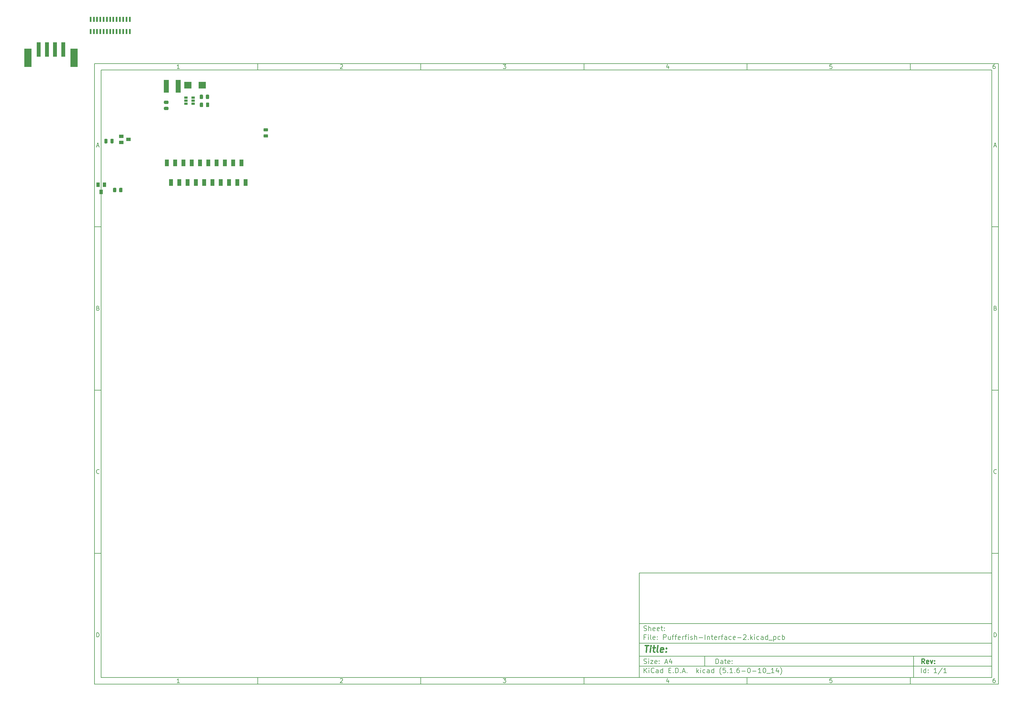
<source format=gbr>
G04 #@! TF.GenerationSoftware,KiCad,Pcbnew,(5.1.6-0-10_14)*
G04 #@! TF.CreationDate,2020-10-01T10:53:29-04:00*
G04 #@! TF.ProjectId,Pufferfish-Interface-2,50756666-6572-4666-9973-682d496e7465,rev?*
G04 #@! TF.SameCoordinates,Original*
G04 #@! TF.FileFunction,Paste,Bot*
G04 #@! TF.FilePolarity,Positive*
%FSLAX46Y46*%
G04 Gerber Fmt 4.6, Leading zero omitted, Abs format (unit mm)*
G04 Created by KiCad (PCBNEW (5.1.6-0-10_14)) date 2020-10-01 10:53:29*
%MOMM*%
%LPD*%
G01*
G04 APERTURE LIST*
%ADD10C,0.100000*%
%ADD11C,0.150000*%
%ADD12C,0.300000*%
%ADD13C,0.400000*%
%ADD14R,2.250000X2.120000*%
%ADD15R,1.060000X0.650000*%
%ADD16R,1.498600X3.987800*%
%ADD17R,2.209800X5.588000*%
%ADD18R,1.193800X4.394200*%
%ADD19R,0.600000X1.650000*%
%ADD20R,1.193800X2.006600*%
%ADD21R,1.400000X1.000000*%
%ADD22R,1.000000X1.400000*%
G04 APERTURE END LIST*
D10*
D11*
X177002200Y-166007200D02*
X177002200Y-198007200D01*
X285002200Y-198007200D01*
X285002200Y-166007200D01*
X177002200Y-166007200D01*
D10*
D11*
X10000000Y-10000000D02*
X10000000Y-200007200D01*
X287002200Y-200007200D01*
X287002200Y-10000000D01*
X10000000Y-10000000D01*
D10*
D11*
X12000000Y-12000000D02*
X12000000Y-198007200D01*
X285002200Y-198007200D01*
X285002200Y-12000000D01*
X12000000Y-12000000D01*
D10*
D11*
X60000000Y-12000000D02*
X60000000Y-10000000D01*
D10*
D11*
X110000000Y-12000000D02*
X110000000Y-10000000D01*
D10*
D11*
X160000000Y-12000000D02*
X160000000Y-10000000D01*
D10*
D11*
X210000000Y-12000000D02*
X210000000Y-10000000D01*
D10*
D11*
X260000000Y-12000000D02*
X260000000Y-10000000D01*
D10*
D11*
X36065476Y-11588095D02*
X35322619Y-11588095D01*
X35694047Y-11588095D02*
X35694047Y-10288095D01*
X35570238Y-10473809D01*
X35446428Y-10597619D01*
X35322619Y-10659523D01*
D10*
D11*
X85322619Y-10411904D02*
X85384523Y-10350000D01*
X85508333Y-10288095D01*
X85817857Y-10288095D01*
X85941666Y-10350000D01*
X86003571Y-10411904D01*
X86065476Y-10535714D01*
X86065476Y-10659523D01*
X86003571Y-10845238D01*
X85260714Y-11588095D01*
X86065476Y-11588095D01*
D10*
D11*
X135260714Y-10288095D02*
X136065476Y-10288095D01*
X135632142Y-10783333D01*
X135817857Y-10783333D01*
X135941666Y-10845238D01*
X136003571Y-10907142D01*
X136065476Y-11030952D01*
X136065476Y-11340476D01*
X136003571Y-11464285D01*
X135941666Y-11526190D01*
X135817857Y-11588095D01*
X135446428Y-11588095D01*
X135322619Y-11526190D01*
X135260714Y-11464285D01*
D10*
D11*
X185941666Y-10721428D02*
X185941666Y-11588095D01*
X185632142Y-10226190D02*
X185322619Y-11154761D01*
X186127380Y-11154761D01*
D10*
D11*
X236003571Y-10288095D02*
X235384523Y-10288095D01*
X235322619Y-10907142D01*
X235384523Y-10845238D01*
X235508333Y-10783333D01*
X235817857Y-10783333D01*
X235941666Y-10845238D01*
X236003571Y-10907142D01*
X236065476Y-11030952D01*
X236065476Y-11340476D01*
X236003571Y-11464285D01*
X235941666Y-11526190D01*
X235817857Y-11588095D01*
X235508333Y-11588095D01*
X235384523Y-11526190D01*
X235322619Y-11464285D01*
D10*
D11*
X285941666Y-10288095D02*
X285694047Y-10288095D01*
X285570238Y-10350000D01*
X285508333Y-10411904D01*
X285384523Y-10597619D01*
X285322619Y-10845238D01*
X285322619Y-11340476D01*
X285384523Y-11464285D01*
X285446428Y-11526190D01*
X285570238Y-11588095D01*
X285817857Y-11588095D01*
X285941666Y-11526190D01*
X286003571Y-11464285D01*
X286065476Y-11340476D01*
X286065476Y-11030952D01*
X286003571Y-10907142D01*
X285941666Y-10845238D01*
X285817857Y-10783333D01*
X285570238Y-10783333D01*
X285446428Y-10845238D01*
X285384523Y-10907142D01*
X285322619Y-11030952D01*
D10*
D11*
X60000000Y-198007200D02*
X60000000Y-200007200D01*
D10*
D11*
X110000000Y-198007200D02*
X110000000Y-200007200D01*
D10*
D11*
X160000000Y-198007200D02*
X160000000Y-200007200D01*
D10*
D11*
X210000000Y-198007200D02*
X210000000Y-200007200D01*
D10*
D11*
X260000000Y-198007200D02*
X260000000Y-200007200D01*
D10*
D11*
X36065476Y-199595295D02*
X35322619Y-199595295D01*
X35694047Y-199595295D02*
X35694047Y-198295295D01*
X35570238Y-198481009D01*
X35446428Y-198604819D01*
X35322619Y-198666723D01*
D10*
D11*
X85322619Y-198419104D02*
X85384523Y-198357200D01*
X85508333Y-198295295D01*
X85817857Y-198295295D01*
X85941666Y-198357200D01*
X86003571Y-198419104D01*
X86065476Y-198542914D01*
X86065476Y-198666723D01*
X86003571Y-198852438D01*
X85260714Y-199595295D01*
X86065476Y-199595295D01*
D10*
D11*
X135260714Y-198295295D02*
X136065476Y-198295295D01*
X135632142Y-198790533D01*
X135817857Y-198790533D01*
X135941666Y-198852438D01*
X136003571Y-198914342D01*
X136065476Y-199038152D01*
X136065476Y-199347676D01*
X136003571Y-199471485D01*
X135941666Y-199533390D01*
X135817857Y-199595295D01*
X135446428Y-199595295D01*
X135322619Y-199533390D01*
X135260714Y-199471485D01*
D10*
D11*
X185941666Y-198728628D02*
X185941666Y-199595295D01*
X185632142Y-198233390D02*
X185322619Y-199161961D01*
X186127380Y-199161961D01*
D10*
D11*
X236003571Y-198295295D02*
X235384523Y-198295295D01*
X235322619Y-198914342D01*
X235384523Y-198852438D01*
X235508333Y-198790533D01*
X235817857Y-198790533D01*
X235941666Y-198852438D01*
X236003571Y-198914342D01*
X236065476Y-199038152D01*
X236065476Y-199347676D01*
X236003571Y-199471485D01*
X235941666Y-199533390D01*
X235817857Y-199595295D01*
X235508333Y-199595295D01*
X235384523Y-199533390D01*
X235322619Y-199471485D01*
D10*
D11*
X285941666Y-198295295D02*
X285694047Y-198295295D01*
X285570238Y-198357200D01*
X285508333Y-198419104D01*
X285384523Y-198604819D01*
X285322619Y-198852438D01*
X285322619Y-199347676D01*
X285384523Y-199471485D01*
X285446428Y-199533390D01*
X285570238Y-199595295D01*
X285817857Y-199595295D01*
X285941666Y-199533390D01*
X286003571Y-199471485D01*
X286065476Y-199347676D01*
X286065476Y-199038152D01*
X286003571Y-198914342D01*
X285941666Y-198852438D01*
X285817857Y-198790533D01*
X285570238Y-198790533D01*
X285446428Y-198852438D01*
X285384523Y-198914342D01*
X285322619Y-199038152D01*
D10*
D11*
X10000000Y-60000000D02*
X12000000Y-60000000D01*
D10*
D11*
X10000000Y-110000000D02*
X12000000Y-110000000D01*
D10*
D11*
X10000000Y-160000000D02*
X12000000Y-160000000D01*
D10*
D11*
X10690476Y-35216666D02*
X11309523Y-35216666D01*
X10566666Y-35588095D02*
X11000000Y-34288095D01*
X11433333Y-35588095D01*
D10*
D11*
X11092857Y-84907142D02*
X11278571Y-84969047D01*
X11340476Y-85030952D01*
X11402380Y-85154761D01*
X11402380Y-85340476D01*
X11340476Y-85464285D01*
X11278571Y-85526190D01*
X11154761Y-85588095D01*
X10659523Y-85588095D01*
X10659523Y-84288095D01*
X11092857Y-84288095D01*
X11216666Y-84350000D01*
X11278571Y-84411904D01*
X11340476Y-84535714D01*
X11340476Y-84659523D01*
X11278571Y-84783333D01*
X11216666Y-84845238D01*
X11092857Y-84907142D01*
X10659523Y-84907142D01*
D10*
D11*
X11402380Y-135464285D02*
X11340476Y-135526190D01*
X11154761Y-135588095D01*
X11030952Y-135588095D01*
X10845238Y-135526190D01*
X10721428Y-135402380D01*
X10659523Y-135278571D01*
X10597619Y-135030952D01*
X10597619Y-134845238D01*
X10659523Y-134597619D01*
X10721428Y-134473809D01*
X10845238Y-134350000D01*
X11030952Y-134288095D01*
X11154761Y-134288095D01*
X11340476Y-134350000D01*
X11402380Y-134411904D01*
D10*
D11*
X10659523Y-185588095D02*
X10659523Y-184288095D01*
X10969047Y-184288095D01*
X11154761Y-184350000D01*
X11278571Y-184473809D01*
X11340476Y-184597619D01*
X11402380Y-184845238D01*
X11402380Y-185030952D01*
X11340476Y-185278571D01*
X11278571Y-185402380D01*
X11154761Y-185526190D01*
X10969047Y-185588095D01*
X10659523Y-185588095D01*
D10*
D11*
X287002200Y-60000000D02*
X285002200Y-60000000D01*
D10*
D11*
X287002200Y-110000000D02*
X285002200Y-110000000D01*
D10*
D11*
X287002200Y-160000000D02*
X285002200Y-160000000D01*
D10*
D11*
X285692676Y-35216666D02*
X286311723Y-35216666D01*
X285568866Y-35588095D02*
X286002200Y-34288095D01*
X286435533Y-35588095D01*
D10*
D11*
X286095057Y-84907142D02*
X286280771Y-84969047D01*
X286342676Y-85030952D01*
X286404580Y-85154761D01*
X286404580Y-85340476D01*
X286342676Y-85464285D01*
X286280771Y-85526190D01*
X286156961Y-85588095D01*
X285661723Y-85588095D01*
X285661723Y-84288095D01*
X286095057Y-84288095D01*
X286218866Y-84350000D01*
X286280771Y-84411904D01*
X286342676Y-84535714D01*
X286342676Y-84659523D01*
X286280771Y-84783333D01*
X286218866Y-84845238D01*
X286095057Y-84907142D01*
X285661723Y-84907142D01*
D10*
D11*
X286404580Y-135464285D02*
X286342676Y-135526190D01*
X286156961Y-135588095D01*
X286033152Y-135588095D01*
X285847438Y-135526190D01*
X285723628Y-135402380D01*
X285661723Y-135278571D01*
X285599819Y-135030952D01*
X285599819Y-134845238D01*
X285661723Y-134597619D01*
X285723628Y-134473809D01*
X285847438Y-134350000D01*
X286033152Y-134288095D01*
X286156961Y-134288095D01*
X286342676Y-134350000D01*
X286404580Y-134411904D01*
D10*
D11*
X285661723Y-185588095D02*
X285661723Y-184288095D01*
X285971247Y-184288095D01*
X286156961Y-184350000D01*
X286280771Y-184473809D01*
X286342676Y-184597619D01*
X286404580Y-184845238D01*
X286404580Y-185030952D01*
X286342676Y-185278571D01*
X286280771Y-185402380D01*
X286156961Y-185526190D01*
X285971247Y-185588095D01*
X285661723Y-185588095D01*
D10*
D11*
X200434342Y-193785771D02*
X200434342Y-192285771D01*
X200791485Y-192285771D01*
X201005771Y-192357200D01*
X201148628Y-192500057D01*
X201220057Y-192642914D01*
X201291485Y-192928628D01*
X201291485Y-193142914D01*
X201220057Y-193428628D01*
X201148628Y-193571485D01*
X201005771Y-193714342D01*
X200791485Y-193785771D01*
X200434342Y-193785771D01*
X202577200Y-193785771D02*
X202577200Y-193000057D01*
X202505771Y-192857200D01*
X202362914Y-192785771D01*
X202077200Y-192785771D01*
X201934342Y-192857200D01*
X202577200Y-193714342D02*
X202434342Y-193785771D01*
X202077200Y-193785771D01*
X201934342Y-193714342D01*
X201862914Y-193571485D01*
X201862914Y-193428628D01*
X201934342Y-193285771D01*
X202077200Y-193214342D01*
X202434342Y-193214342D01*
X202577200Y-193142914D01*
X203077200Y-192785771D02*
X203648628Y-192785771D01*
X203291485Y-192285771D02*
X203291485Y-193571485D01*
X203362914Y-193714342D01*
X203505771Y-193785771D01*
X203648628Y-193785771D01*
X204720057Y-193714342D02*
X204577200Y-193785771D01*
X204291485Y-193785771D01*
X204148628Y-193714342D01*
X204077200Y-193571485D01*
X204077200Y-193000057D01*
X204148628Y-192857200D01*
X204291485Y-192785771D01*
X204577200Y-192785771D01*
X204720057Y-192857200D01*
X204791485Y-193000057D01*
X204791485Y-193142914D01*
X204077200Y-193285771D01*
X205434342Y-193642914D02*
X205505771Y-193714342D01*
X205434342Y-193785771D01*
X205362914Y-193714342D01*
X205434342Y-193642914D01*
X205434342Y-193785771D01*
X205434342Y-192857200D02*
X205505771Y-192928628D01*
X205434342Y-193000057D01*
X205362914Y-192928628D01*
X205434342Y-192857200D01*
X205434342Y-193000057D01*
D10*
D11*
X177002200Y-194507200D02*
X285002200Y-194507200D01*
D10*
D11*
X178434342Y-196585771D02*
X178434342Y-195085771D01*
X179291485Y-196585771D02*
X178648628Y-195728628D01*
X179291485Y-195085771D02*
X178434342Y-195942914D01*
X179934342Y-196585771D02*
X179934342Y-195585771D01*
X179934342Y-195085771D02*
X179862914Y-195157200D01*
X179934342Y-195228628D01*
X180005771Y-195157200D01*
X179934342Y-195085771D01*
X179934342Y-195228628D01*
X181505771Y-196442914D02*
X181434342Y-196514342D01*
X181220057Y-196585771D01*
X181077200Y-196585771D01*
X180862914Y-196514342D01*
X180720057Y-196371485D01*
X180648628Y-196228628D01*
X180577200Y-195942914D01*
X180577200Y-195728628D01*
X180648628Y-195442914D01*
X180720057Y-195300057D01*
X180862914Y-195157200D01*
X181077200Y-195085771D01*
X181220057Y-195085771D01*
X181434342Y-195157200D01*
X181505771Y-195228628D01*
X182791485Y-196585771D02*
X182791485Y-195800057D01*
X182720057Y-195657200D01*
X182577200Y-195585771D01*
X182291485Y-195585771D01*
X182148628Y-195657200D01*
X182791485Y-196514342D02*
X182648628Y-196585771D01*
X182291485Y-196585771D01*
X182148628Y-196514342D01*
X182077200Y-196371485D01*
X182077200Y-196228628D01*
X182148628Y-196085771D01*
X182291485Y-196014342D01*
X182648628Y-196014342D01*
X182791485Y-195942914D01*
X184148628Y-196585771D02*
X184148628Y-195085771D01*
X184148628Y-196514342D02*
X184005771Y-196585771D01*
X183720057Y-196585771D01*
X183577200Y-196514342D01*
X183505771Y-196442914D01*
X183434342Y-196300057D01*
X183434342Y-195871485D01*
X183505771Y-195728628D01*
X183577200Y-195657200D01*
X183720057Y-195585771D01*
X184005771Y-195585771D01*
X184148628Y-195657200D01*
X186005771Y-195800057D02*
X186505771Y-195800057D01*
X186720057Y-196585771D02*
X186005771Y-196585771D01*
X186005771Y-195085771D01*
X186720057Y-195085771D01*
X187362914Y-196442914D02*
X187434342Y-196514342D01*
X187362914Y-196585771D01*
X187291485Y-196514342D01*
X187362914Y-196442914D01*
X187362914Y-196585771D01*
X188077200Y-196585771D02*
X188077200Y-195085771D01*
X188434342Y-195085771D01*
X188648628Y-195157200D01*
X188791485Y-195300057D01*
X188862914Y-195442914D01*
X188934342Y-195728628D01*
X188934342Y-195942914D01*
X188862914Y-196228628D01*
X188791485Y-196371485D01*
X188648628Y-196514342D01*
X188434342Y-196585771D01*
X188077200Y-196585771D01*
X189577200Y-196442914D02*
X189648628Y-196514342D01*
X189577200Y-196585771D01*
X189505771Y-196514342D01*
X189577200Y-196442914D01*
X189577200Y-196585771D01*
X190220057Y-196157200D02*
X190934342Y-196157200D01*
X190077200Y-196585771D02*
X190577200Y-195085771D01*
X191077200Y-196585771D01*
X191577200Y-196442914D02*
X191648628Y-196514342D01*
X191577200Y-196585771D01*
X191505771Y-196514342D01*
X191577200Y-196442914D01*
X191577200Y-196585771D01*
X194577200Y-196585771D02*
X194577200Y-195085771D01*
X194720057Y-196014342D02*
X195148628Y-196585771D01*
X195148628Y-195585771D02*
X194577200Y-196157200D01*
X195791485Y-196585771D02*
X195791485Y-195585771D01*
X195791485Y-195085771D02*
X195720057Y-195157200D01*
X195791485Y-195228628D01*
X195862914Y-195157200D01*
X195791485Y-195085771D01*
X195791485Y-195228628D01*
X197148628Y-196514342D02*
X197005771Y-196585771D01*
X196720057Y-196585771D01*
X196577200Y-196514342D01*
X196505771Y-196442914D01*
X196434342Y-196300057D01*
X196434342Y-195871485D01*
X196505771Y-195728628D01*
X196577200Y-195657200D01*
X196720057Y-195585771D01*
X197005771Y-195585771D01*
X197148628Y-195657200D01*
X198434342Y-196585771D02*
X198434342Y-195800057D01*
X198362914Y-195657200D01*
X198220057Y-195585771D01*
X197934342Y-195585771D01*
X197791485Y-195657200D01*
X198434342Y-196514342D02*
X198291485Y-196585771D01*
X197934342Y-196585771D01*
X197791485Y-196514342D01*
X197720057Y-196371485D01*
X197720057Y-196228628D01*
X197791485Y-196085771D01*
X197934342Y-196014342D01*
X198291485Y-196014342D01*
X198434342Y-195942914D01*
X199791485Y-196585771D02*
X199791485Y-195085771D01*
X199791485Y-196514342D02*
X199648628Y-196585771D01*
X199362914Y-196585771D01*
X199220057Y-196514342D01*
X199148628Y-196442914D01*
X199077200Y-196300057D01*
X199077200Y-195871485D01*
X199148628Y-195728628D01*
X199220057Y-195657200D01*
X199362914Y-195585771D01*
X199648628Y-195585771D01*
X199791485Y-195657200D01*
X202077200Y-197157200D02*
X202005771Y-197085771D01*
X201862914Y-196871485D01*
X201791485Y-196728628D01*
X201720057Y-196514342D01*
X201648628Y-196157200D01*
X201648628Y-195871485D01*
X201720057Y-195514342D01*
X201791485Y-195300057D01*
X201862914Y-195157200D01*
X202005771Y-194942914D01*
X202077200Y-194871485D01*
X203362914Y-195085771D02*
X202648628Y-195085771D01*
X202577200Y-195800057D01*
X202648628Y-195728628D01*
X202791485Y-195657200D01*
X203148628Y-195657200D01*
X203291485Y-195728628D01*
X203362914Y-195800057D01*
X203434342Y-195942914D01*
X203434342Y-196300057D01*
X203362914Y-196442914D01*
X203291485Y-196514342D01*
X203148628Y-196585771D01*
X202791485Y-196585771D01*
X202648628Y-196514342D01*
X202577200Y-196442914D01*
X204077200Y-196442914D02*
X204148628Y-196514342D01*
X204077200Y-196585771D01*
X204005771Y-196514342D01*
X204077200Y-196442914D01*
X204077200Y-196585771D01*
X205577200Y-196585771D02*
X204720057Y-196585771D01*
X205148628Y-196585771D02*
X205148628Y-195085771D01*
X205005771Y-195300057D01*
X204862914Y-195442914D01*
X204720057Y-195514342D01*
X206220057Y-196442914D02*
X206291485Y-196514342D01*
X206220057Y-196585771D01*
X206148628Y-196514342D01*
X206220057Y-196442914D01*
X206220057Y-196585771D01*
X207577200Y-195085771D02*
X207291485Y-195085771D01*
X207148628Y-195157200D01*
X207077200Y-195228628D01*
X206934342Y-195442914D01*
X206862914Y-195728628D01*
X206862914Y-196300057D01*
X206934342Y-196442914D01*
X207005771Y-196514342D01*
X207148628Y-196585771D01*
X207434342Y-196585771D01*
X207577200Y-196514342D01*
X207648628Y-196442914D01*
X207720057Y-196300057D01*
X207720057Y-195942914D01*
X207648628Y-195800057D01*
X207577200Y-195728628D01*
X207434342Y-195657200D01*
X207148628Y-195657200D01*
X207005771Y-195728628D01*
X206934342Y-195800057D01*
X206862914Y-195942914D01*
X208362914Y-196014342D02*
X209505771Y-196014342D01*
X210505771Y-195085771D02*
X210648628Y-195085771D01*
X210791485Y-195157200D01*
X210862914Y-195228628D01*
X210934342Y-195371485D01*
X211005771Y-195657200D01*
X211005771Y-196014342D01*
X210934342Y-196300057D01*
X210862914Y-196442914D01*
X210791485Y-196514342D01*
X210648628Y-196585771D01*
X210505771Y-196585771D01*
X210362914Y-196514342D01*
X210291485Y-196442914D01*
X210220057Y-196300057D01*
X210148628Y-196014342D01*
X210148628Y-195657200D01*
X210220057Y-195371485D01*
X210291485Y-195228628D01*
X210362914Y-195157200D01*
X210505771Y-195085771D01*
X211648628Y-196014342D02*
X212791485Y-196014342D01*
X214291485Y-196585771D02*
X213434342Y-196585771D01*
X213862914Y-196585771D02*
X213862914Y-195085771D01*
X213720057Y-195300057D01*
X213577200Y-195442914D01*
X213434342Y-195514342D01*
X215220057Y-195085771D02*
X215362914Y-195085771D01*
X215505771Y-195157200D01*
X215577200Y-195228628D01*
X215648628Y-195371485D01*
X215720057Y-195657200D01*
X215720057Y-196014342D01*
X215648628Y-196300057D01*
X215577200Y-196442914D01*
X215505771Y-196514342D01*
X215362914Y-196585771D01*
X215220057Y-196585771D01*
X215077200Y-196514342D01*
X215005771Y-196442914D01*
X214934342Y-196300057D01*
X214862914Y-196014342D01*
X214862914Y-195657200D01*
X214934342Y-195371485D01*
X215005771Y-195228628D01*
X215077200Y-195157200D01*
X215220057Y-195085771D01*
X216005771Y-196728628D02*
X217148628Y-196728628D01*
X218291485Y-196585771D02*
X217434342Y-196585771D01*
X217862914Y-196585771D02*
X217862914Y-195085771D01*
X217720057Y-195300057D01*
X217577200Y-195442914D01*
X217434342Y-195514342D01*
X219577200Y-195585771D02*
X219577200Y-196585771D01*
X219220057Y-195014342D02*
X218862914Y-196085771D01*
X219791485Y-196085771D01*
X220220057Y-197157200D02*
X220291485Y-197085771D01*
X220434342Y-196871485D01*
X220505771Y-196728628D01*
X220577200Y-196514342D01*
X220648628Y-196157200D01*
X220648628Y-195871485D01*
X220577200Y-195514342D01*
X220505771Y-195300057D01*
X220434342Y-195157200D01*
X220291485Y-194942914D01*
X220220057Y-194871485D01*
D10*
D11*
X177002200Y-191507200D02*
X285002200Y-191507200D01*
D10*
D12*
X264411485Y-193785771D02*
X263911485Y-193071485D01*
X263554342Y-193785771D02*
X263554342Y-192285771D01*
X264125771Y-192285771D01*
X264268628Y-192357200D01*
X264340057Y-192428628D01*
X264411485Y-192571485D01*
X264411485Y-192785771D01*
X264340057Y-192928628D01*
X264268628Y-193000057D01*
X264125771Y-193071485D01*
X263554342Y-193071485D01*
X265625771Y-193714342D02*
X265482914Y-193785771D01*
X265197200Y-193785771D01*
X265054342Y-193714342D01*
X264982914Y-193571485D01*
X264982914Y-193000057D01*
X265054342Y-192857200D01*
X265197200Y-192785771D01*
X265482914Y-192785771D01*
X265625771Y-192857200D01*
X265697200Y-193000057D01*
X265697200Y-193142914D01*
X264982914Y-193285771D01*
X266197200Y-192785771D02*
X266554342Y-193785771D01*
X266911485Y-192785771D01*
X267482914Y-193642914D02*
X267554342Y-193714342D01*
X267482914Y-193785771D01*
X267411485Y-193714342D01*
X267482914Y-193642914D01*
X267482914Y-193785771D01*
X267482914Y-192857200D02*
X267554342Y-192928628D01*
X267482914Y-193000057D01*
X267411485Y-192928628D01*
X267482914Y-192857200D01*
X267482914Y-193000057D01*
D10*
D11*
X178362914Y-193714342D02*
X178577200Y-193785771D01*
X178934342Y-193785771D01*
X179077200Y-193714342D01*
X179148628Y-193642914D01*
X179220057Y-193500057D01*
X179220057Y-193357200D01*
X179148628Y-193214342D01*
X179077200Y-193142914D01*
X178934342Y-193071485D01*
X178648628Y-193000057D01*
X178505771Y-192928628D01*
X178434342Y-192857200D01*
X178362914Y-192714342D01*
X178362914Y-192571485D01*
X178434342Y-192428628D01*
X178505771Y-192357200D01*
X178648628Y-192285771D01*
X179005771Y-192285771D01*
X179220057Y-192357200D01*
X179862914Y-193785771D02*
X179862914Y-192785771D01*
X179862914Y-192285771D02*
X179791485Y-192357200D01*
X179862914Y-192428628D01*
X179934342Y-192357200D01*
X179862914Y-192285771D01*
X179862914Y-192428628D01*
X180434342Y-192785771D02*
X181220057Y-192785771D01*
X180434342Y-193785771D01*
X181220057Y-193785771D01*
X182362914Y-193714342D02*
X182220057Y-193785771D01*
X181934342Y-193785771D01*
X181791485Y-193714342D01*
X181720057Y-193571485D01*
X181720057Y-193000057D01*
X181791485Y-192857200D01*
X181934342Y-192785771D01*
X182220057Y-192785771D01*
X182362914Y-192857200D01*
X182434342Y-193000057D01*
X182434342Y-193142914D01*
X181720057Y-193285771D01*
X183077200Y-193642914D02*
X183148628Y-193714342D01*
X183077200Y-193785771D01*
X183005771Y-193714342D01*
X183077200Y-193642914D01*
X183077200Y-193785771D01*
X183077200Y-192857200D02*
X183148628Y-192928628D01*
X183077200Y-193000057D01*
X183005771Y-192928628D01*
X183077200Y-192857200D01*
X183077200Y-193000057D01*
X184862914Y-193357200D02*
X185577200Y-193357200D01*
X184720057Y-193785771D02*
X185220057Y-192285771D01*
X185720057Y-193785771D01*
X186862914Y-192785771D02*
X186862914Y-193785771D01*
X186505771Y-192214342D02*
X186148628Y-193285771D01*
X187077200Y-193285771D01*
D10*
D11*
X263434342Y-196585771D02*
X263434342Y-195085771D01*
X264791485Y-196585771D02*
X264791485Y-195085771D01*
X264791485Y-196514342D02*
X264648628Y-196585771D01*
X264362914Y-196585771D01*
X264220057Y-196514342D01*
X264148628Y-196442914D01*
X264077200Y-196300057D01*
X264077200Y-195871485D01*
X264148628Y-195728628D01*
X264220057Y-195657200D01*
X264362914Y-195585771D01*
X264648628Y-195585771D01*
X264791485Y-195657200D01*
X265505771Y-196442914D02*
X265577200Y-196514342D01*
X265505771Y-196585771D01*
X265434342Y-196514342D01*
X265505771Y-196442914D01*
X265505771Y-196585771D01*
X265505771Y-195657200D02*
X265577200Y-195728628D01*
X265505771Y-195800057D01*
X265434342Y-195728628D01*
X265505771Y-195657200D01*
X265505771Y-195800057D01*
X268148628Y-196585771D02*
X267291485Y-196585771D01*
X267720057Y-196585771D02*
X267720057Y-195085771D01*
X267577200Y-195300057D01*
X267434342Y-195442914D01*
X267291485Y-195514342D01*
X269862914Y-195014342D02*
X268577200Y-196942914D01*
X271148628Y-196585771D02*
X270291485Y-196585771D01*
X270720057Y-196585771D02*
X270720057Y-195085771D01*
X270577200Y-195300057D01*
X270434342Y-195442914D01*
X270291485Y-195514342D01*
D10*
D11*
X177002200Y-187507200D02*
X285002200Y-187507200D01*
D10*
D13*
X178714580Y-188211961D02*
X179857438Y-188211961D01*
X179036009Y-190211961D02*
X179286009Y-188211961D01*
X180274104Y-190211961D02*
X180440771Y-188878628D01*
X180524104Y-188211961D02*
X180416961Y-188307200D01*
X180500295Y-188402438D01*
X180607438Y-188307200D01*
X180524104Y-188211961D01*
X180500295Y-188402438D01*
X181107438Y-188878628D02*
X181869342Y-188878628D01*
X181476485Y-188211961D02*
X181262200Y-189926247D01*
X181333628Y-190116723D01*
X181512200Y-190211961D01*
X181702676Y-190211961D01*
X182655057Y-190211961D02*
X182476485Y-190116723D01*
X182405057Y-189926247D01*
X182619342Y-188211961D01*
X184190771Y-190116723D02*
X183988390Y-190211961D01*
X183607438Y-190211961D01*
X183428866Y-190116723D01*
X183357438Y-189926247D01*
X183452676Y-189164342D01*
X183571723Y-188973866D01*
X183774104Y-188878628D01*
X184155057Y-188878628D01*
X184333628Y-188973866D01*
X184405057Y-189164342D01*
X184381247Y-189354819D01*
X183405057Y-189545295D01*
X185155057Y-190021485D02*
X185238390Y-190116723D01*
X185131247Y-190211961D01*
X185047914Y-190116723D01*
X185155057Y-190021485D01*
X185131247Y-190211961D01*
X185286009Y-188973866D02*
X185369342Y-189069104D01*
X185262200Y-189164342D01*
X185178866Y-189069104D01*
X185286009Y-188973866D01*
X185262200Y-189164342D01*
D10*
D11*
X178934342Y-185600057D02*
X178434342Y-185600057D01*
X178434342Y-186385771D02*
X178434342Y-184885771D01*
X179148628Y-184885771D01*
X179720057Y-186385771D02*
X179720057Y-185385771D01*
X179720057Y-184885771D02*
X179648628Y-184957200D01*
X179720057Y-185028628D01*
X179791485Y-184957200D01*
X179720057Y-184885771D01*
X179720057Y-185028628D01*
X180648628Y-186385771D02*
X180505771Y-186314342D01*
X180434342Y-186171485D01*
X180434342Y-184885771D01*
X181791485Y-186314342D02*
X181648628Y-186385771D01*
X181362914Y-186385771D01*
X181220057Y-186314342D01*
X181148628Y-186171485D01*
X181148628Y-185600057D01*
X181220057Y-185457200D01*
X181362914Y-185385771D01*
X181648628Y-185385771D01*
X181791485Y-185457200D01*
X181862914Y-185600057D01*
X181862914Y-185742914D01*
X181148628Y-185885771D01*
X182505771Y-186242914D02*
X182577200Y-186314342D01*
X182505771Y-186385771D01*
X182434342Y-186314342D01*
X182505771Y-186242914D01*
X182505771Y-186385771D01*
X182505771Y-185457200D02*
X182577200Y-185528628D01*
X182505771Y-185600057D01*
X182434342Y-185528628D01*
X182505771Y-185457200D01*
X182505771Y-185600057D01*
X184362914Y-186385771D02*
X184362914Y-184885771D01*
X184934342Y-184885771D01*
X185077200Y-184957200D01*
X185148628Y-185028628D01*
X185220057Y-185171485D01*
X185220057Y-185385771D01*
X185148628Y-185528628D01*
X185077200Y-185600057D01*
X184934342Y-185671485D01*
X184362914Y-185671485D01*
X186505771Y-185385771D02*
X186505771Y-186385771D01*
X185862914Y-185385771D02*
X185862914Y-186171485D01*
X185934342Y-186314342D01*
X186077200Y-186385771D01*
X186291485Y-186385771D01*
X186434342Y-186314342D01*
X186505771Y-186242914D01*
X187005771Y-185385771D02*
X187577200Y-185385771D01*
X187220057Y-186385771D02*
X187220057Y-185100057D01*
X187291485Y-184957200D01*
X187434342Y-184885771D01*
X187577200Y-184885771D01*
X187862914Y-185385771D02*
X188434342Y-185385771D01*
X188077200Y-186385771D02*
X188077200Y-185100057D01*
X188148628Y-184957200D01*
X188291485Y-184885771D01*
X188434342Y-184885771D01*
X189505771Y-186314342D02*
X189362914Y-186385771D01*
X189077200Y-186385771D01*
X188934342Y-186314342D01*
X188862914Y-186171485D01*
X188862914Y-185600057D01*
X188934342Y-185457200D01*
X189077200Y-185385771D01*
X189362914Y-185385771D01*
X189505771Y-185457200D01*
X189577200Y-185600057D01*
X189577200Y-185742914D01*
X188862914Y-185885771D01*
X190220057Y-186385771D02*
X190220057Y-185385771D01*
X190220057Y-185671485D02*
X190291485Y-185528628D01*
X190362914Y-185457200D01*
X190505771Y-185385771D01*
X190648628Y-185385771D01*
X190934342Y-185385771D02*
X191505771Y-185385771D01*
X191148628Y-186385771D02*
X191148628Y-185100057D01*
X191220057Y-184957200D01*
X191362914Y-184885771D01*
X191505771Y-184885771D01*
X192005771Y-186385771D02*
X192005771Y-185385771D01*
X192005771Y-184885771D02*
X191934342Y-184957200D01*
X192005771Y-185028628D01*
X192077200Y-184957200D01*
X192005771Y-184885771D01*
X192005771Y-185028628D01*
X192648628Y-186314342D02*
X192791485Y-186385771D01*
X193077200Y-186385771D01*
X193220057Y-186314342D01*
X193291485Y-186171485D01*
X193291485Y-186100057D01*
X193220057Y-185957200D01*
X193077200Y-185885771D01*
X192862914Y-185885771D01*
X192720057Y-185814342D01*
X192648628Y-185671485D01*
X192648628Y-185600057D01*
X192720057Y-185457200D01*
X192862914Y-185385771D01*
X193077200Y-185385771D01*
X193220057Y-185457200D01*
X193934342Y-186385771D02*
X193934342Y-184885771D01*
X194577200Y-186385771D02*
X194577200Y-185600057D01*
X194505771Y-185457200D01*
X194362914Y-185385771D01*
X194148628Y-185385771D01*
X194005771Y-185457200D01*
X193934342Y-185528628D01*
X195291485Y-185814342D02*
X196434342Y-185814342D01*
X197148628Y-186385771D02*
X197148628Y-184885771D01*
X197862914Y-185385771D02*
X197862914Y-186385771D01*
X197862914Y-185528628D02*
X197934342Y-185457200D01*
X198077200Y-185385771D01*
X198291485Y-185385771D01*
X198434342Y-185457200D01*
X198505771Y-185600057D01*
X198505771Y-186385771D01*
X199005771Y-185385771D02*
X199577200Y-185385771D01*
X199220057Y-184885771D02*
X199220057Y-186171485D01*
X199291485Y-186314342D01*
X199434342Y-186385771D01*
X199577200Y-186385771D01*
X200648628Y-186314342D02*
X200505771Y-186385771D01*
X200220057Y-186385771D01*
X200077200Y-186314342D01*
X200005771Y-186171485D01*
X200005771Y-185600057D01*
X200077200Y-185457200D01*
X200220057Y-185385771D01*
X200505771Y-185385771D01*
X200648628Y-185457200D01*
X200720057Y-185600057D01*
X200720057Y-185742914D01*
X200005771Y-185885771D01*
X201362914Y-186385771D02*
X201362914Y-185385771D01*
X201362914Y-185671485D02*
X201434342Y-185528628D01*
X201505771Y-185457200D01*
X201648628Y-185385771D01*
X201791485Y-185385771D01*
X202077200Y-185385771D02*
X202648628Y-185385771D01*
X202291485Y-186385771D02*
X202291485Y-185100057D01*
X202362914Y-184957200D01*
X202505771Y-184885771D01*
X202648628Y-184885771D01*
X203791485Y-186385771D02*
X203791485Y-185600057D01*
X203720057Y-185457200D01*
X203577200Y-185385771D01*
X203291485Y-185385771D01*
X203148628Y-185457200D01*
X203791485Y-186314342D02*
X203648628Y-186385771D01*
X203291485Y-186385771D01*
X203148628Y-186314342D01*
X203077200Y-186171485D01*
X203077200Y-186028628D01*
X203148628Y-185885771D01*
X203291485Y-185814342D01*
X203648628Y-185814342D01*
X203791485Y-185742914D01*
X205148628Y-186314342D02*
X205005771Y-186385771D01*
X204720057Y-186385771D01*
X204577200Y-186314342D01*
X204505771Y-186242914D01*
X204434342Y-186100057D01*
X204434342Y-185671485D01*
X204505771Y-185528628D01*
X204577200Y-185457200D01*
X204720057Y-185385771D01*
X205005771Y-185385771D01*
X205148628Y-185457200D01*
X206362914Y-186314342D02*
X206220057Y-186385771D01*
X205934342Y-186385771D01*
X205791485Y-186314342D01*
X205720057Y-186171485D01*
X205720057Y-185600057D01*
X205791485Y-185457200D01*
X205934342Y-185385771D01*
X206220057Y-185385771D01*
X206362914Y-185457200D01*
X206434342Y-185600057D01*
X206434342Y-185742914D01*
X205720057Y-185885771D01*
X207077200Y-185814342D02*
X208220057Y-185814342D01*
X208862914Y-185028628D02*
X208934342Y-184957200D01*
X209077200Y-184885771D01*
X209434342Y-184885771D01*
X209577200Y-184957200D01*
X209648628Y-185028628D01*
X209720057Y-185171485D01*
X209720057Y-185314342D01*
X209648628Y-185528628D01*
X208791485Y-186385771D01*
X209720057Y-186385771D01*
X210362914Y-186242914D02*
X210434342Y-186314342D01*
X210362914Y-186385771D01*
X210291485Y-186314342D01*
X210362914Y-186242914D01*
X210362914Y-186385771D01*
X211077200Y-186385771D02*
X211077200Y-184885771D01*
X211220057Y-185814342D02*
X211648628Y-186385771D01*
X211648628Y-185385771D02*
X211077200Y-185957200D01*
X212291485Y-186385771D02*
X212291485Y-185385771D01*
X212291485Y-184885771D02*
X212220057Y-184957200D01*
X212291485Y-185028628D01*
X212362914Y-184957200D01*
X212291485Y-184885771D01*
X212291485Y-185028628D01*
X213648628Y-186314342D02*
X213505771Y-186385771D01*
X213220057Y-186385771D01*
X213077200Y-186314342D01*
X213005771Y-186242914D01*
X212934342Y-186100057D01*
X212934342Y-185671485D01*
X213005771Y-185528628D01*
X213077200Y-185457200D01*
X213220057Y-185385771D01*
X213505771Y-185385771D01*
X213648628Y-185457200D01*
X214934342Y-186385771D02*
X214934342Y-185600057D01*
X214862914Y-185457200D01*
X214720057Y-185385771D01*
X214434342Y-185385771D01*
X214291485Y-185457200D01*
X214934342Y-186314342D02*
X214791485Y-186385771D01*
X214434342Y-186385771D01*
X214291485Y-186314342D01*
X214220057Y-186171485D01*
X214220057Y-186028628D01*
X214291485Y-185885771D01*
X214434342Y-185814342D01*
X214791485Y-185814342D01*
X214934342Y-185742914D01*
X216291485Y-186385771D02*
X216291485Y-184885771D01*
X216291485Y-186314342D02*
X216148628Y-186385771D01*
X215862914Y-186385771D01*
X215720057Y-186314342D01*
X215648628Y-186242914D01*
X215577200Y-186100057D01*
X215577200Y-185671485D01*
X215648628Y-185528628D01*
X215720057Y-185457200D01*
X215862914Y-185385771D01*
X216148628Y-185385771D01*
X216291485Y-185457200D01*
X216648628Y-186528628D02*
X217791485Y-186528628D01*
X218148628Y-185385771D02*
X218148628Y-186885771D01*
X218148628Y-185457200D02*
X218291485Y-185385771D01*
X218577200Y-185385771D01*
X218720057Y-185457200D01*
X218791485Y-185528628D01*
X218862914Y-185671485D01*
X218862914Y-186100057D01*
X218791485Y-186242914D01*
X218720057Y-186314342D01*
X218577200Y-186385771D01*
X218291485Y-186385771D01*
X218148628Y-186314342D01*
X220148628Y-186314342D02*
X220005771Y-186385771D01*
X219720057Y-186385771D01*
X219577200Y-186314342D01*
X219505771Y-186242914D01*
X219434342Y-186100057D01*
X219434342Y-185671485D01*
X219505771Y-185528628D01*
X219577200Y-185457200D01*
X219720057Y-185385771D01*
X220005771Y-185385771D01*
X220148628Y-185457200D01*
X220791485Y-186385771D02*
X220791485Y-184885771D01*
X220791485Y-185457200D02*
X220934342Y-185385771D01*
X221220057Y-185385771D01*
X221362914Y-185457200D01*
X221434342Y-185528628D01*
X221505771Y-185671485D01*
X221505771Y-186100057D01*
X221434342Y-186242914D01*
X221362914Y-186314342D01*
X221220057Y-186385771D01*
X220934342Y-186385771D01*
X220791485Y-186314342D01*
D10*
D11*
X177002200Y-181507200D02*
X285002200Y-181507200D01*
D10*
D11*
X178362914Y-183614342D02*
X178577200Y-183685771D01*
X178934342Y-183685771D01*
X179077200Y-183614342D01*
X179148628Y-183542914D01*
X179220057Y-183400057D01*
X179220057Y-183257200D01*
X179148628Y-183114342D01*
X179077200Y-183042914D01*
X178934342Y-182971485D01*
X178648628Y-182900057D01*
X178505771Y-182828628D01*
X178434342Y-182757200D01*
X178362914Y-182614342D01*
X178362914Y-182471485D01*
X178434342Y-182328628D01*
X178505771Y-182257200D01*
X178648628Y-182185771D01*
X179005771Y-182185771D01*
X179220057Y-182257200D01*
X179862914Y-183685771D02*
X179862914Y-182185771D01*
X180505771Y-183685771D02*
X180505771Y-182900057D01*
X180434342Y-182757200D01*
X180291485Y-182685771D01*
X180077200Y-182685771D01*
X179934342Y-182757200D01*
X179862914Y-182828628D01*
X181791485Y-183614342D02*
X181648628Y-183685771D01*
X181362914Y-183685771D01*
X181220057Y-183614342D01*
X181148628Y-183471485D01*
X181148628Y-182900057D01*
X181220057Y-182757200D01*
X181362914Y-182685771D01*
X181648628Y-182685771D01*
X181791485Y-182757200D01*
X181862914Y-182900057D01*
X181862914Y-183042914D01*
X181148628Y-183185771D01*
X183077200Y-183614342D02*
X182934342Y-183685771D01*
X182648628Y-183685771D01*
X182505771Y-183614342D01*
X182434342Y-183471485D01*
X182434342Y-182900057D01*
X182505771Y-182757200D01*
X182648628Y-182685771D01*
X182934342Y-182685771D01*
X183077200Y-182757200D01*
X183148628Y-182900057D01*
X183148628Y-183042914D01*
X182434342Y-183185771D01*
X183577200Y-182685771D02*
X184148628Y-182685771D01*
X183791485Y-182185771D02*
X183791485Y-183471485D01*
X183862914Y-183614342D01*
X184005771Y-183685771D01*
X184148628Y-183685771D01*
X184648628Y-183542914D02*
X184720057Y-183614342D01*
X184648628Y-183685771D01*
X184577200Y-183614342D01*
X184648628Y-183542914D01*
X184648628Y-183685771D01*
X184648628Y-182757200D02*
X184720057Y-182828628D01*
X184648628Y-182900057D01*
X184577200Y-182828628D01*
X184648628Y-182757200D01*
X184648628Y-182900057D01*
D10*
D11*
X197002200Y-191507200D02*
X197002200Y-194507200D01*
D10*
D11*
X261002200Y-191507200D02*
X261002200Y-198007200D01*
D14*
X38623240Y-16634460D03*
X42993240Y-16634460D03*
D15*
X37988060Y-21371560D03*
X37988060Y-20421560D03*
X37988060Y-22321560D03*
X40188060Y-22321560D03*
X40188060Y-21371560D03*
X40188060Y-20421560D03*
G36*
G01*
X44168240Y-23115590D02*
X44168240Y-22203090D01*
G75*
G02*
X44411990Y-21959340I243750J0D01*
G01*
X44899490Y-21959340D01*
G75*
G02*
X45143240Y-22203090I0J-243750D01*
G01*
X45143240Y-23115590D01*
G75*
G02*
X44899490Y-23359340I-243750J0D01*
G01*
X44411990Y-23359340D01*
G75*
G02*
X44168240Y-23115590I0J243750D01*
G01*
G37*
G36*
G01*
X42293240Y-23115590D02*
X42293240Y-22203090D01*
G75*
G02*
X42536990Y-21959340I243750J0D01*
G01*
X43024490Y-21959340D01*
G75*
G02*
X43268240Y-22203090I0J-243750D01*
G01*
X43268240Y-23115590D01*
G75*
G02*
X43024490Y-23359340I-243750J0D01*
G01*
X42536990Y-23359340D01*
G75*
G02*
X42293240Y-23115590I0J243750D01*
G01*
G37*
G36*
G01*
X43235220Y-19757070D02*
X43235220Y-20669570D01*
G75*
G02*
X42991470Y-20913320I-243750J0D01*
G01*
X42503970Y-20913320D01*
G75*
G02*
X42260220Y-20669570I0J243750D01*
G01*
X42260220Y-19757070D01*
G75*
G02*
X42503970Y-19513320I243750J0D01*
G01*
X42991470Y-19513320D01*
G75*
G02*
X43235220Y-19757070I0J-243750D01*
G01*
G37*
G36*
G01*
X45110220Y-19757070D02*
X45110220Y-20669570D01*
G75*
G02*
X44866470Y-20913320I-243750J0D01*
G01*
X44378970Y-20913320D01*
G75*
G02*
X44135220Y-20669570I0J243750D01*
G01*
X44135220Y-19757070D01*
G75*
G02*
X44378970Y-19513320I243750J0D01*
G01*
X44866470Y-19513320D01*
G75*
G02*
X45110220Y-19757070I0J-243750D01*
G01*
G37*
D16*
X35616700Y-17005300D03*
X32016700Y-17005300D03*
G36*
G01*
X31519810Y-23274680D02*
X32432310Y-23274680D01*
G75*
G02*
X32676060Y-23518430I0J-243750D01*
G01*
X32676060Y-24005930D01*
G75*
G02*
X32432310Y-24249680I-243750J0D01*
G01*
X31519810Y-24249680D01*
G75*
G02*
X31276060Y-24005930I0J243750D01*
G01*
X31276060Y-23518430D01*
G75*
G02*
X31519810Y-23274680I243750J0D01*
G01*
G37*
G36*
G01*
X31519810Y-21399680D02*
X32432310Y-21399680D01*
G75*
G02*
X32676060Y-21643430I0J-243750D01*
G01*
X32676060Y-22130930D01*
G75*
G02*
X32432310Y-22374680I-243750J0D01*
G01*
X31519810Y-22374680D01*
G75*
G02*
X31276060Y-22130930I0J243750D01*
G01*
X31276060Y-21643430D01*
G75*
G02*
X31519810Y-21399680I243750J0D01*
G01*
G37*
D17*
X3712440Y-8226552D03*
X-10387560Y-8226552D03*
D18*
X412440Y-5724652D03*
X-2087560Y-5724652D03*
X-4587560Y-5724652D03*
X-7087560Y-5724652D03*
D19*
X8795000Y-209640D03*
X14795000Y-209640D03*
X10795000Y-209640D03*
X18795000Y-209640D03*
X16795000Y-209640D03*
X12795000Y-209640D03*
X11795000Y-209640D03*
X19795000Y-209640D03*
X20795000Y-209640D03*
X13795000Y-209640D03*
X17795000Y-209640D03*
X15795000Y-209640D03*
X9795000Y-209640D03*
X8795000Y3515360D03*
X9795000Y3515360D03*
X13795000Y3515360D03*
X11795000Y3515360D03*
X12795000Y3515360D03*
X10795000Y3515360D03*
X20795000Y3515360D03*
X19795000Y3515360D03*
X18795000Y3515360D03*
X17795000Y3515360D03*
X16795000Y3515360D03*
X15795000Y3515360D03*
X14795000Y3515360D03*
D20*
X56276240Y-46408340D03*
X55006240Y-40413940D03*
X53736240Y-46408340D03*
X52466240Y-40413940D03*
X51196240Y-46408340D03*
X49926240Y-40413940D03*
X48656240Y-46408340D03*
X47386240Y-40413940D03*
X46116240Y-46408340D03*
X44846240Y-40413940D03*
X43576240Y-46408340D03*
X42306240Y-40413940D03*
X41036240Y-46408340D03*
X39766240Y-40413940D03*
X38496240Y-46408340D03*
X37226240Y-40413940D03*
X35956240Y-46408340D03*
X34686240Y-40413940D03*
X33416240Y-46408340D03*
X32146240Y-40413940D03*
G36*
G01*
X62043750Y-31700000D02*
X62956250Y-31700000D01*
G75*
G02*
X63200000Y-31943750I0J-243750D01*
G01*
X63200000Y-32431250D01*
G75*
G02*
X62956250Y-32675000I-243750J0D01*
G01*
X62043750Y-32675000D01*
G75*
G02*
X61800000Y-32431250I0J243750D01*
G01*
X61800000Y-31943750D01*
G75*
G02*
X62043750Y-31700000I243750J0D01*
G01*
G37*
G36*
G01*
X62043750Y-29825000D02*
X62956250Y-29825000D01*
G75*
G02*
X63200000Y-30068750I0J-243750D01*
G01*
X63200000Y-30556250D01*
G75*
G02*
X62956250Y-30800000I-243750J0D01*
G01*
X62043750Y-30800000D01*
G75*
G02*
X61800000Y-30556250I0J243750D01*
G01*
X61800000Y-30068750D01*
G75*
G02*
X62043750Y-29825000I243750J0D01*
G01*
G37*
D21*
X20376060Y-33258760D03*
X18176060Y-32308760D03*
X18176060Y-34208760D03*
D22*
X12070120Y-49355100D03*
X13020120Y-47155100D03*
X11120120Y-47155100D03*
G36*
G01*
X13987600Y-33307970D02*
X13987600Y-34220470D01*
G75*
G02*
X13743850Y-34464220I-243750J0D01*
G01*
X13256350Y-34464220D01*
G75*
G02*
X13012600Y-34220470I0J243750D01*
G01*
X13012600Y-33307970D01*
G75*
G02*
X13256350Y-33064220I243750J0D01*
G01*
X13743850Y-33064220D01*
G75*
G02*
X13987600Y-33307970I0J-243750D01*
G01*
G37*
G36*
G01*
X15862600Y-33307970D02*
X15862600Y-34220470D01*
G75*
G02*
X15618850Y-34464220I-243750J0D01*
G01*
X15131350Y-34464220D01*
G75*
G02*
X14887600Y-34220470I0J243750D01*
G01*
X14887600Y-33307970D01*
G75*
G02*
X15131350Y-33064220I243750J0D01*
G01*
X15618850Y-33064220D01*
G75*
G02*
X15862600Y-33307970I0J-243750D01*
G01*
G37*
G36*
G01*
X17574680Y-49191230D02*
X17574680Y-48278730D01*
G75*
G02*
X17818430Y-48034980I243750J0D01*
G01*
X18305930Y-48034980D01*
G75*
G02*
X18549680Y-48278730I0J-243750D01*
G01*
X18549680Y-49191230D01*
G75*
G02*
X18305930Y-49434980I-243750J0D01*
G01*
X17818430Y-49434980D01*
G75*
G02*
X17574680Y-49191230I0J243750D01*
G01*
G37*
G36*
G01*
X15699680Y-49191230D02*
X15699680Y-48278730D01*
G75*
G02*
X15943430Y-48034980I243750J0D01*
G01*
X16430930Y-48034980D01*
G75*
G02*
X16674680Y-48278730I0J-243750D01*
G01*
X16674680Y-49191230D01*
G75*
G02*
X16430930Y-49434980I-243750J0D01*
G01*
X15943430Y-49434980D01*
G75*
G02*
X15699680Y-49191230I0J243750D01*
G01*
G37*
M02*

</source>
